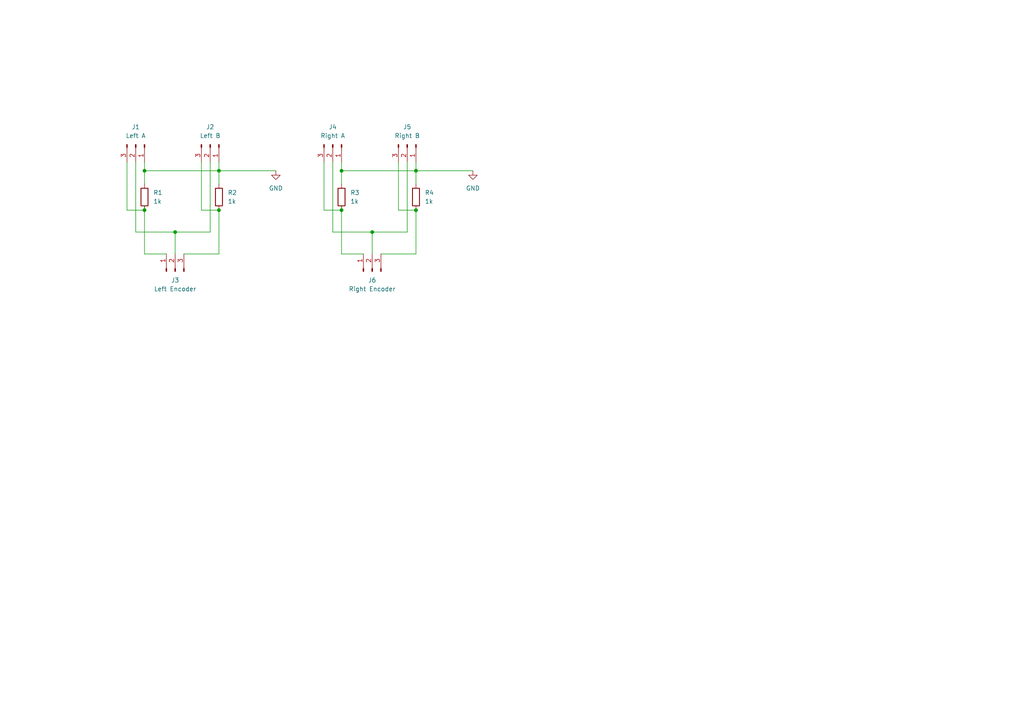
<source format=kicad_sch>
(kicad_sch (version 20230121) (generator eeschema)

  (uuid 3dc08d4c-ee13-408f-80f7-dfc650c1a855)

  (paper "A4")

  (lib_symbols
    (symbol "Connector:Conn_01x03_Pin" (pin_names (offset 1.016) hide) (in_bom yes) (on_board yes)
      (property "Reference" "J" (at 0 5.08 0)
        (effects (font (size 1.27 1.27)))
      )
      (property "Value" "Conn_01x03_Pin" (at 0 -5.08 0)
        (effects (font (size 1.27 1.27)))
      )
      (property "Footprint" "" (at 0 0 0)
        (effects (font (size 1.27 1.27)) hide)
      )
      (property "Datasheet" "~" (at 0 0 0)
        (effects (font (size 1.27 1.27)) hide)
      )
      (property "ki_locked" "" (at 0 0 0)
        (effects (font (size 1.27 1.27)))
      )
      (property "ki_keywords" "connector" (at 0 0 0)
        (effects (font (size 1.27 1.27)) hide)
      )
      (property "ki_description" "Generic connector, single row, 01x03, script generated" (at 0 0 0)
        (effects (font (size 1.27 1.27)) hide)
      )
      (property "ki_fp_filters" "Connector*:*_1x??_*" (at 0 0 0)
        (effects (font (size 1.27 1.27)) hide)
      )
      (symbol "Conn_01x03_Pin_1_1"
        (polyline
          (pts
            (xy 1.27 -2.54)
            (xy 0.8636 -2.54)
          )
          (stroke (width 0.1524) (type default))
          (fill (type none))
        )
        (polyline
          (pts
            (xy 1.27 0)
            (xy 0.8636 0)
          )
          (stroke (width 0.1524) (type default))
          (fill (type none))
        )
        (polyline
          (pts
            (xy 1.27 2.54)
            (xy 0.8636 2.54)
          )
          (stroke (width 0.1524) (type default))
          (fill (type none))
        )
        (rectangle (start 0.8636 -2.413) (end 0 -2.667)
          (stroke (width 0.1524) (type default))
          (fill (type outline))
        )
        (rectangle (start 0.8636 0.127) (end 0 -0.127)
          (stroke (width 0.1524) (type default))
          (fill (type outline))
        )
        (rectangle (start 0.8636 2.667) (end 0 2.413)
          (stroke (width 0.1524) (type default))
          (fill (type outline))
        )
        (pin passive line (at 5.08 2.54 180) (length 3.81)
          (name "Pin_1" (effects (font (size 1.27 1.27))))
          (number "1" (effects (font (size 1.27 1.27))))
        )
        (pin passive line (at 5.08 0 180) (length 3.81)
          (name "Pin_2" (effects (font (size 1.27 1.27))))
          (number "2" (effects (font (size 1.27 1.27))))
        )
        (pin passive line (at 5.08 -2.54 180) (length 3.81)
          (name "Pin_3" (effects (font (size 1.27 1.27))))
          (number "3" (effects (font (size 1.27 1.27))))
        )
      )
    )
    (symbol "Device:R" (pin_numbers hide) (pin_names (offset 0)) (in_bom yes) (on_board yes)
      (property "Reference" "R" (at 2.032 0 90)
        (effects (font (size 1.27 1.27)))
      )
      (property "Value" "R" (at 0 0 90)
        (effects (font (size 1.27 1.27)))
      )
      (property "Footprint" "" (at -1.778 0 90)
        (effects (font (size 1.27 1.27)) hide)
      )
      (property "Datasheet" "~" (at 0 0 0)
        (effects (font (size 1.27 1.27)) hide)
      )
      (property "ki_keywords" "R res resistor" (at 0 0 0)
        (effects (font (size 1.27 1.27)) hide)
      )
      (property "ki_description" "Resistor" (at 0 0 0)
        (effects (font (size 1.27 1.27)) hide)
      )
      (property "ki_fp_filters" "R_*" (at 0 0 0)
        (effects (font (size 1.27 1.27)) hide)
      )
      (symbol "R_0_1"
        (rectangle (start -1.016 -2.54) (end 1.016 2.54)
          (stroke (width 0.254) (type default))
          (fill (type none))
        )
      )
      (symbol "R_1_1"
        (pin passive line (at 0 3.81 270) (length 1.27)
          (name "~" (effects (font (size 1.27 1.27))))
          (number "1" (effects (font (size 1.27 1.27))))
        )
        (pin passive line (at 0 -3.81 90) (length 1.27)
          (name "~" (effects (font (size 1.27 1.27))))
          (number "2" (effects (font (size 1.27 1.27))))
        )
      )
    )
    (symbol "power:GND" (power) (pin_names (offset 0)) (in_bom yes) (on_board yes)
      (property "Reference" "#PWR" (at 0 -6.35 0)
        (effects (font (size 1.27 1.27)) hide)
      )
      (property "Value" "GND" (at 0 -3.81 0)
        (effects (font (size 1.27 1.27)))
      )
      (property "Footprint" "" (at 0 0 0)
        (effects (font (size 1.27 1.27)) hide)
      )
      (property "Datasheet" "" (at 0 0 0)
        (effects (font (size 1.27 1.27)) hide)
      )
      (property "ki_keywords" "global power" (at 0 0 0)
        (effects (font (size 1.27 1.27)) hide)
      )
      (property "ki_description" "Power symbol creates a global label with name \"GND\" , ground" (at 0 0 0)
        (effects (font (size 1.27 1.27)) hide)
      )
      (symbol "GND_0_1"
        (polyline
          (pts
            (xy 0 0)
            (xy 0 -1.27)
            (xy 1.27 -1.27)
            (xy 0 -2.54)
            (xy -1.27 -1.27)
            (xy 0 -1.27)
          )
          (stroke (width 0) (type default))
          (fill (type none))
        )
      )
      (symbol "GND_1_1"
        (pin power_in line (at 0 0 270) (length 0) hide
          (name "GND" (effects (font (size 1.27 1.27))))
          (number "1" (effects (font (size 1.27 1.27))))
        )
      )
    )
  )

  (junction (at 120.65 49.53) (diameter 0) (color 0 0 0 0)
    (uuid 25571534-9261-42ef-ad4a-ff9613ea578a)
  )
  (junction (at 99.06 60.96) (diameter 0) (color 0 0 0 0)
    (uuid 25b7935f-3c3d-4a6a-8690-b5dadcce5ada)
  )
  (junction (at 63.5 49.53) (diameter 0) (color 0 0 0 0)
    (uuid 26ca866c-d173-4e5f-8a53-c4fb4b98afe3)
  )
  (junction (at 107.95 67.31) (diameter 0) (color 0 0 0 0)
    (uuid 400246b3-b654-4467-ac54-684abe4fe434)
  )
  (junction (at 120.65 60.96) (diameter 0) (color 0 0 0 0)
    (uuid 460981a1-78a9-45c8-9089-bc49f4a26a7a)
  )
  (junction (at 99.06 49.53) (diameter 0) (color 0 0 0 0)
    (uuid 647c1c25-8468-4a99-b1e6-706ec67993cd)
  )
  (junction (at 41.91 49.53) (diameter 0) (color 0 0 0 0)
    (uuid aea93299-bfb4-4e50-a6a7-7ae344181089)
  )
  (junction (at 63.5 60.96) (diameter 0) (color 0 0 0 0)
    (uuid e7eb1a5e-590d-40a9-92f7-6d017bf54aed)
  )
  (junction (at 41.91 60.96) (diameter 0) (color 0 0 0 0)
    (uuid eac697b2-a9e4-431e-90dd-4c4a11f22165)
  )
  (junction (at 50.8 67.31) (diameter 0) (color 0 0 0 0)
    (uuid fd478597-d926-4685-af90-6b935ab8c597)
  )

  (wire (pts (xy 120.65 73.66) (xy 110.49 73.66))
    (stroke (width 0) (type default))
    (uuid 08a4cb6e-0d04-4532-b59c-11c3e51cab39)
  )
  (wire (pts (xy 120.65 60.96) (xy 120.65 73.66))
    (stroke (width 0) (type default))
    (uuid 0dce6343-65d1-4f84-bbb3-9de7ccc88789)
  )
  (wire (pts (xy 120.65 49.53) (xy 137.16 49.53))
    (stroke (width 0) (type default))
    (uuid 110270da-0389-4dd2-87ee-c23dffb9ded4)
  )
  (wire (pts (xy 115.57 60.96) (xy 120.65 60.96))
    (stroke (width 0) (type default))
    (uuid 1110c072-3351-4f7c-ac58-7f5f528ac4b8)
  )
  (wire (pts (xy 120.65 49.53) (xy 120.65 53.34))
    (stroke (width 0) (type default))
    (uuid 13fbd2b6-178a-4691-97d7-f77c84cd3972)
  )
  (wire (pts (xy 39.37 67.31) (xy 50.8 67.31))
    (stroke (width 0) (type default))
    (uuid 1d9075de-8d71-4be9-84f9-abd5ae583f16)
  )
  (wire (pts (xy 63.5 73.66) (xy 53.34 73.66))
    (stroke (width 0) (type default))
    (uuid 20603a2b-d2e5-4a35-95fe-0e5bb7487953)
  )
  (wire (pts (xy 41.91 49.53) (xy 63.5 49.53))
    (stroke (width 0) (type default))
    (uuid 3289bb0a-7554-4504-aa76-a8b8c39e9170)
  )
  (wire (pts (xy 63.5 49.53) (xy 63.5 53.34))
    (stroke (width 0) (type default))
    (uuid 338be303-3496-466e-8686-3f59b8e5ec89)
  )
  (wire (pts (xy 41.91 46.99) (xy 41.91 49.53))
    (stroke (width 0) (type default))
    (uuid 4e66f243-cb5a-49ae-812f-52659dcabfa4)
  )
  (wire (pts (xy 39.37 46.99) (xy 39.37 67.31))
    (stroke (width 0) (type default))
    (uuid 554334fe-b030-452c-949f-e83358d51c1d)
  )
  (wire (pts (xy 41.91 73.66) (xy 48.26 73.66))
    (stroke (width 0) (type default))
    (uuid 57fcc7a6-5932-4fd4-b2e9-b3907edb8248)
  )
  (wire (pts (xy 58.42 46.99) (xy 58.42 60.96))
    (stroke (width 0) (type default))
    (uuid 5fdfa6b8-e31c-4e58-ab1f-6c8cb7acd323)
  )
  (wire (pts (xy 41.91 49.53) (xy 41.91 53.34))
    (stroke (width 0) (type default))
    (uuid 6055f195-651a-4a60-a768-c9297bfd293e)
  )
  (wire (pts (xy 93.98 46.99) (xy 93.98 60.96))
    (stroke (width 0) (type default))
    (uuid 6571a1a2-612a-44db-ad00-b2ef32ce0b5f)
  )
  (wire (pts (xy 60.96 67.31) (xy 60.96 46.99))
    (stroke (width 0) (type default))
    (uuid 6f05952f-c529-46df-bb7f-806e4a0776ad)
  )
  (wire (pts (xy 107.95 67.31) (xy 118.11 67.31))
    (stroke (width 0) (type default))
    (uuid 70162860-5eb6-4c18-9eab-be13f1d94e90)
  )
  (wire (pts (xy 99.06 49.53) (xy 120.65 49.53))
    (stroke (width 0) (type default))
    (uuid 7a77889f-043e-4644-9e69-e4156c76f5ed)
  )
  (wire (pts (xy 63.5 49.53) (xy 80.01 49.53))
    (stroke (width 0) (type default))
    (uuid 7eb92855-861d-4af2-b0c8-76a4fd37d452)
  )
  (wire (pts (xy 63.5 60.96) (xy 63.5 73.66))
    (stroke (width 0) (type default))
    (uuid 825f6a4b-55ba-40b2-8809-14f815009d46)
  )
  (wire (pts (xy 99.06 46.99) (xy 99.06 49.53))
    (stroke (width 0) (type default))
    (uuid 90d73042-1400-46e5-842f-04fa52a53fdb)
  )
  (wire (pts (xy 96.52 46.99) (xy 96.52 67.31))
    (stroke (width 0) (type default))
    (uuid 9899a01e-649d-4ca8-b086-e1a0790e1add)
  )
  (wire (pts (xy 41.91 60.96) (xy 41.91 73.66))
    (stroke (width 0) (type default))
    (uuid 9aa7b960-f6cd-4862-8434-c4c34b0f8e87)
  )
  (wire (pts (xy 99.06 73.66) (xy 105.41 73.66))
    (stroke (width 0) (type default))
    (uuid 9b0c6daa-729e-4bcd-a671-945a1f02566e)
  )
  (wire (pts (xy 96.52 67.31) (xy 107.95 67.31))
    (stroke (width 0) (type default))
    (uuid 9c354959-54ea-4259-910c-0e7895b9b1e0)
  )
  (wire (pts (xy 115.57 46.99) (xy 115.57 60.96))
    (stroke (width 0) (type default))
    (uuid a022076d-111e-475a-b935-c3587236323c)
  )
  (wire (pts (xy 36.83 60.96) (xy 41.91 60.96))
    (stroke (width 0) (type default))
    (uuid aab96348-f27a-42c8-a61c-ced473a3a51d)
  )
  (wire (pts (xy 107.95 67.31) (xy 107.95 73.66))
    (stroke (width 0) (type default))
    (uuid abd0b52a-4343-442f-83c8-946805e3268c)
  )
  (wire (pts (xy 120.65 46.99) (xy 120.65 49.53))
    (stroke (width 0) (type default))
    (uuid b1d6ced1-1ade-477c-a9bb-0e570ae3c3d4)
  )
  (wire (pts (xy 99.06 49.53) (xy 99.06 53.34))
    (stroke (width 0) (type default))
    (uuid b9e02914-11a9-467f-bebd-4a21434ce624)
  )
  (wire (pts (xy 50.8 67.31) (xy 60.96 67.31))
    (stroke (width 0) (type default))
    (uuid baff1bb6-2f72-4ce6-aaf8-42532f2ce3ac)
  )
  (wire (pts (xy 63.5 46.99) (xy 63.5 49.53))
    (stroke (width 0) (type default))
    (uuid bdfaf587-428f-489b-a7d9-c3c818c48cc1)
  )
  (wire (pts (xy 93.98 60.96) (xy 99.06 60.96))
    (stroke (width 0) (type default))
    (uuid beb90af2-e3c2-4d0a-8656-6b830cc5bf2e)
  )
  (wire (pts (xy 118.11 67.31) (xy 118.11 46.99))
    (stroke (width 0) (type default))
    (uuid beba9ae3-ed5c-46e2-a366-92df4bf433c2)
  )
  (wire (pts (xy 50.8 67.31) (xy 50.8 73.66))
    (stroke (width 0) (type default))
    (uuid c41eda7c-06ef-4851-b609-be3b67d697c4)
  )
  (wire (pts (xy 36.83 46.99) (xy 36.83 60.96))
    (stroke (width 0) (type default))
    (uuid d64332fc-0d1d-4ba0-97d9-57305bfca7c5)
  )
  (wire (pts (xy 58.42 60.96) (xy 63.5 60.96))
    (stroke (width 0) (type default))
    (uuid d6b8d999-3c85-4145-8464-6788cf9b0ee8)
  )
  (wire (pts (xy 99.06 59.69) (xy 99.06 60.96))
    (stroke (width 0) (type default))
    (uuid e274eb1f-a6cc-4c46-95dd-593b3c3630db)
  )
  (wire (pts (xy 41.91 59.69) (xy 41.91 60.96))
    (stroke (width 0) (type default))
    (uuid f336627d-1e59-4d43-9c5e-770dbb6f7874)
  )
  (wire (pts (xy 99.06 60.96) (xy 99.06 73.66))
    (stroke (width 0) (type default))
    (uuid fff1371a-1b95-4e3f-83cb-2364684c66f5)
  )

  (symbol (lib_id "Connector:Conn_01x03_Pin") (at 118.11 41.91 270) (unit 1)
    (in_bom yes) (on_board yes) (dnp no) (fields_autoplaced)
    (uuid 1c706473-2bf3-4417-971f-c3191e8f3d15)
    (property "Reference" "J5" (at 118.11 36.83 90)
      (effects (font (size 1.27 1.27)))
    )
    (property "Value" "Right B" (at 118.11 39.37 90)
      (effects (font (size 1.27 1.27)))
    )
    (property "Footprint" "Connector_PinHeader_2.54mm:PinHeader_1x03_P2.54mm_Horizontal" (at 118.11 41.91 0)
      (effects (font (size 1.27 1.27)) hide)
    )
    (property "Datasheet" "~" (at 118.11 41.91 0)
      (effects (font (size 1.27 1.27)) hide)
    )
    (pin "1" (uuid 81e1164e-1a1a-4e3a-b823-da8bb6cf6bb2))
    (pin "3" (uuid 979fdb12-d56d-4a5d-a18c-a2a36f3026ae))
    (pin "2" (uuid 862a6051-c400-4bef-ad88-0d1c67a1271f))
    (instances
      (project "sturcde"
        (path "/3dc08d4c-ee13-408f-80f7-dfc650c1a855"
          (reference "J5") (unit 1)
        )
      )
    )
  )

  (symbol (lib_id "power:GND") (at 137.16 49.53 0) (unit 1)
    (in_bom yes) (on_board yes) (dnp no) (fields_autoplaced)
    (uuid 3bb992f8-b8dd-4fb5-8e2b-b7de419a7fae)
    (property "Reference" "#PWR03" (at 137.16 55.88 0)
      (effects (font (size 1.27 1.27)) hide)
    )
    (property "Value" "GND" (at 137.16 54.61 0)
      (effects (font (size 1.27 1.27)))
    )
    (property "Footprint" "" (at 137.16 49.53 0)
      (effects (font (size 1.27 1.27)) hide)
    )
    (property "Datasheet" "" (at 137.16 49.53 0)
      (effects (font (size 1.27 1.27)) hide)
    )
    (pin "1" (uuid e894ac93-52d2-466b-a510-91bf69d8277a))
    (instances
      (project "sturcde"
        (path "/3dc08d4c-ee13-408f-80f7-dfc650c1a855"
          (reference "#PWR03") (unit 1)
        )
      )
    )
  )

  (symbol (lib_id "Device:R") (at 41.91 57.15 0) (unit 1)
    (in_bom yes) (on_board yes) (dnp no) (fields_autoplaced)
    (uuid 3d085ad9-4c7a-4ab2-9a35-20deaa179f3d)
    (property "Reference" "R1" (at 44.45 55.88 0)
      (effects (font (size 1.27 1.27)) (justify left))
    )
    (property "Value" "1k" (at 44.45 58.42 0)
      (effects (font (size 1.27 1.27)) (justify left))
    )
    (property "Footprint" "Resistor_THT:R_Axial_DIN0207_L6.3mm_D2.5mm_P7.62mm_Horizontal" (at 40.132 57.15 90)
      (effects (font (size 1.27 1.27)) hide)
    )
    (property "Datasheet" "~" (at 41.91 57.15 0)
      (effects (font (size 1.27 1.27)) hide)
    )
    (pin "2" (uuid c7396216-eeb8-406e-8f39-f0bb8074ece6))
    (pin "1" (uuid 0ae96714-4757-4ce1-adff-5e14f1280967))
    (instances
      (project "sturcde"
        (path "/3dc08d4c-ee13-408f-80f7-dfc650c1a855"
          (reference "R1") (unit 1)
        )
      )
    )
  )

  (symbol (lib_id "Connector:Conn_01x03_Pin") (at 107.95 78.74 90) (unit 1)
    (in_bom yes) (on_board yes) (dnp no) (fields_autoplaced)
    (uuid 44471154-951d-4af6-9189-fcfe7c9cd29a)
    (property "Reference" "J6" (at 107.95 81.28 90)
      (effects (font (size 1.27 1.27)))
    )
    (property "Value" "Right Encoder" (at 107.95 83.82 90)
      (effects (font (size 1.27 1.27)))
    )
    (property "Footprint" "Connector_PinHeader_2.54mm:PinHeader_1x03_P2.54mm_Horizontal" (at 107.95 78.74 0)
      (effects (font (size 1.27 1.27)) hide)
    )
    (property "Datasheet" "~" (at 107.95 78.74 0)
      (effects (font (size 1.27 1.27)) hide)
    )
    (pin "1" (uuid 35105dad-3cc0-4eda-80b0-a49f19084751))
    (pin "2" (uuid 50179049-9133-4583-adb4-a8db2a87b633))
    (pin "3" (uuid 7bb7b1c5-26be-498e-a1ab-368502c53d1a))
    (instances
      (project "sturcde"
        (path "/3dc08d4c-ee13-408f-80f7-dfc650c1a855"
          (reference "J6") (unit 1)
        )
      )
    )
  )

  (symbol (lib_id "Device:R") (at 120.65 57.15 0) (unit 1)
    (in_bom yes) (on_board yes) (dnp no) (fields_autoplaced)
    (uuid 54c714e2-366c-462a-a0b9-6e8ce83c16fb)
    (property "Reference" "R4" (at 123.19 55.88 0)
      (effects (font (size 1.27 1.27)) (justify left))
    )
    (property "Value" "1k" (at 123.19 58.42 0)
      (effects (font (size 1.27 1.27)) (justify left))
    )
    (property "Footprint" "Resistor_THT:R_Axial_DIN0207_L6.3mm_D2.5mm_P7.62mm_Horizontal" (at 118.872 57.15 90)
      (effects (font (size 1.27 1.27)) hide)
    )
    (property "Datasheet" "~" (at 120.65 57.15 0)
      (effects (font (size 1.27 1.27)) hide)
    )
    (pin "2" (uuid 17a734b1-4c56-42d7-ab6f-e74ab951dc8e))
    (pin "1" (uuid 609ca72d-3127-4e8d-a29f-2ddfa67d92f0))
    (instances
      (project "sturcde"
        (path "/3dc08d4c-ee13-408f-80f7-dfc650c1a855"
          (reference "R4") (unit 1)
        )
      )
    )
  )

  (symbol (lib_id "power:GND") (at 80.01 49.53 0) (unit 1)
    (in_bom yes) (on_board yes) (dnp no) (fields_autoplaced)
    (uuid 55be727e-0474-4c8a-9fa2-a30496138a58)
    (property "Reference" "#PWR01" (at 80.01 55.88 0)
      (effects (font (size 1.27 1.27)) hide)
    )
    (property "Value" "GND" (at 80.01 54.61 0)
      (effects (font (size 1.27 1.27)))
    )
    (property "Footprint" "" (at 80.01 49.53 0)
      (effects (font (size 1.27 1.27)) hide)
    )
    (property "Datasheet" "" (at 80.01 49.53 0)
      (effects (font (size 1.27 1.27)) hide)
    )
    (pin "1" (uuid b8a83a3b-83cd-423f-b7a8-879e8c3a6ff2))
    (instances
      (project "sturcde"
        (path "/3dc08d4c-ee13-408f-80f7-dfc650c1a855"
          (reference "#PWR01") (unit 1)
        )
      )
    )
  )

  (symbol (lib_id "Connector:Conn_01x03_Pin") (at 96.52 41.91 270) (unit 1)
    (in_bom yes) (on_board yes) (dnp no) (fields_autoplaced)
    (uuid 5ade0a7f-53c3-4c12-8462-5b39b343e64f)
    (property "Reference" "J4" (at 96.52 36.83 90)
      (effects (font (size 1.27 1.27)))
    )
    (property "Value" "Right A" (at 96.52 39.37 90)
      (effects (font (size 1.27 1.27)))
    )
    (property "Footprint" "Connector_PinHeader_2.54mm:PinHeader_1x03_P2.54mm_Horizontal" (at 96.52 41.91 0)
      (effects (font (size 1.27 1.27)) hide)
    )
    (property "Datasheet" "~" (at 96.52 41.91 0)
      (effects (font (size 1.27 1.27)) hide)
    )
    (pin "1" (uuid d28836ee-8a4f-43af-bc13-ce8ae5629322))
    (pin "3" (uuid fb72c985-24a8-4536-92c6-9581c11756f0))
    (pin "2" (uuid 9bb4acaa-8c89-4796-9443-457ab041b777))
    (instances
      (project "sturcde"
        (path "/3dc08d4c-ee13-408f-80f7-dfc650c1a855"
          (reference "J4") (unit 1)
        )
      )
    )
  )

  (symbol (lib_id "Device:R") (at 63.5 57.15 0) (unit 1)
    (in_bom yes) (on_board yes) (dnp no) (fields_autoplaced)
    (uuid 6b8cce8b-6ab9-4988-837e-8a8c90045a33)
    (property "Reference" "R2" (at 66.04 55.88 0)
      (effects (font (size 1.27 1.27)) (justify left))
    )
    (property "Value" "1k" (at 66.04 58.42 0)
      (effects (font (size 1.27 1.27)) (justify left))
    )
    (property "Footprint" "Resistor_THT:R_Axial_DIN0207_L6.3mm_D2.5mm_P7.62mm_Horizontal" (at 61.722 57.15 90)
      (effects (font (size 1.27 1.27)) hide)
    )
    (property "Datasheet" "~" (at 63.5 57.15 0)
      (effects (font (size 1.27 1.27)) hide)
    )
    (pin "2" (uuid 621510da-fab8-4001-a7dd-dfbacc2bcac2))
    (pin "1" (uuid fd7727c5-bf0c-4e33-8ebc-ec64d99f3f70))
    (instances
      (project "sturcde"
        (path "/3dc08d4c-ee13-408f-80f7-dfc650c1a855"
          (reference "R2") (unit 1)
        )
      )
    )
  )

  (symbol (lib_id "Connector:Conn_01x03_Pin") (at 39.37 41.91 270) (unit 1)
    (in_bom yes) (on_board yes) (dnp no) (fields_autoplaced)
    (uuid 76e6f4f5-d86d-45bd-8914-21ab9116b509)
    (property "Reference" "J1" (at 39.37 36.83 90)
      (effects (font (size 1.27 1.27)))
    )
    (property "Value" "Left A" (at 39.37 39.37 90)
      (effects (font (size 1.27 1.27)))
    )
    (property "Footprint" "Connector_PinHeader_2.54mm:PinHeader_1x03_P2.54mm_Horizontal" (at 39.37 41.91 0)
      (effects (font (size 1.27 1.27)) hide)
    )
    (property "Datasheet" "~" (at 39.37 41.91 0)
      (effects (font (size 1.27 1.27)) hide)
    )
    (pin "1" (uuid 66af8eba-ef89-4d0d-9dea-6274bccda0e0))
    (pin "3" (uuid a772d2d0-5ade-41d9-85ec-fdee37e06506))
    (pin "2" (uuid c4fd347d-b11d-4c2b-9fcb-5b1f6af1ec69))
    (instances
      (project "sturcde"
        (path "/3dc08d4c-ee13-408f-80f7-dfc650c1a855"
          (reference "J1") (unit 1)
        )
      )
    )
  )

  (symbol (lib_id "Connector:Conn_01x03_Pin") (at 60.96 41.91 270) (unit 1)
    (in_bom yes) (on_board yes) (dnp no) (fields_autoplaced)
    (uuid 780bdbfb-c188-4482-9227-c6e26dde07e0)
    (property "Reference" "J2" (at 60.96 36.83 90)
      (effects (font (size 1.27 1.27)))
    )
    (property "Value" "Left B" (at 60.96 39.37 90)
      (effects (font (size 1.27 1.27)))
    )
    (property "Footprint" "Connector_PinHeader_2.54mm:PinHeader_1x03_P2.54mm_Horizontal" (at 60.96 41.91 0)
      (effects (font (size 1.27 1.27)) hide)
    )
    (property "Datasheet" "~" (at 60.96 41.91 0)
      (effects (font (size 1.27 1.27)) hide)
    )
    (pin "1" (uuid a0ee3084-2bcc-413a-a183-b37229814e3f))
    (pin "3" (uuid 97ae48e1-b4ae-4c0d-add8-d9bd3d8f0b97))
    (pin "2" (uuid 54becd86-ab82-4260-a1eb-55e14d2411ce))
    (instances
      (project "sturcde"
        (path "/3dc08d4c-ee13-408f-80f7-dfc650c1a855"
          (reference "J2") (unit 1)
        )
      )
    )
  )

  (symbol (lib_id "Device:R") (at 99.06 57.15 0) (unit 1)
    (in_bom yes) (on_board yes) (dnp no) (fields_autoplaced)
    (uuid 96bb4e3a-ae37-436f-867b-a0254e8ee367)
    (property "Reference" "R3" (at 101.6 55.88 0)
      (effects (font (size 1.27 1.27)) (justify left))
    )
    (property "Value" "1k" (at 101.6 58.42 0)
      (effects (font (size 1.27 1.27)) (justify left))
    )
    (property "Footprint" "Resistor_THT:R_Axial_DIN0207_L6.3mm_D2.5mm_P7.62mm_Horizontal" (at 97.282 57.15 90)
      (effects (font (size 1.27 1.27)) hide)
    )
    (property "Datasheet" "~" (at 99.06 57.15 0)
      (effects (font (size 1.27 1.27)) hide)
    )
    (pin "2" (uuid 7240f754-9597-4817-82ad-1a58d12d14fd))
    (pin "1" (uuid 2264f232-b9c3-4c95-a560-da227138a378))
    (instances
      (project "sturcde"
        (path "/3dc08d4c-ee13-408f-80f7-dfc650c1a855"
          (reference "R3") (unit 1)
        )
      )
    )
  )

  (symbol (lib_id "Connector:Conn_01x03_Pin") (at 50.8 78.74 90) (unit 1)
    (in_bom yes) (on_board yes) (dnp no) (fields_autoplaced)
    (uuid e9b1786e-f0ae-4bcc-a957-5eb3c0011035)
    (property "Reference" "J3" (at 50.8 81.28 90)
      (effects (font (size 1.27 1.27)))
    )
    (property "Value" "Left Encoder" (at 50.8 83.82 90)
      (effects (font (size 1.27 1.27)))
    )
    (property "Footprint" "Connector_PinHeader_2.54mm:PinHeader_1x03_P2.54mm_Horizontal" (at 50.8 78.74 0)
      (effects (font (size 1.27 1.27)) hide)
    )
    (property "Datasheet" "~" (at 50.8 78.74 0)
      (effects (font (size 1.27 1.27)) hide)
    )
    (pin "1" (uuid e76ec00a-78f1-4426-8a21-24662915eed6))
    (pin "2" (uuid 74a3ab05-bba4-47be-b8c6-4e1e040340e1))
    (pin "3" (uuid 71d80023-dd2c-4009-bf62-91d95ca20d4d))
    (instances
      (project "sturcde"
        (path "/3dc08d4c-ee13-408f-80f7-dfc650c1a855"
          (reference "J3") (unit 1)
        )
      )
    )
  )

  (sheet_instances
    (path "/" (page "1"))
  )
)

</source>
